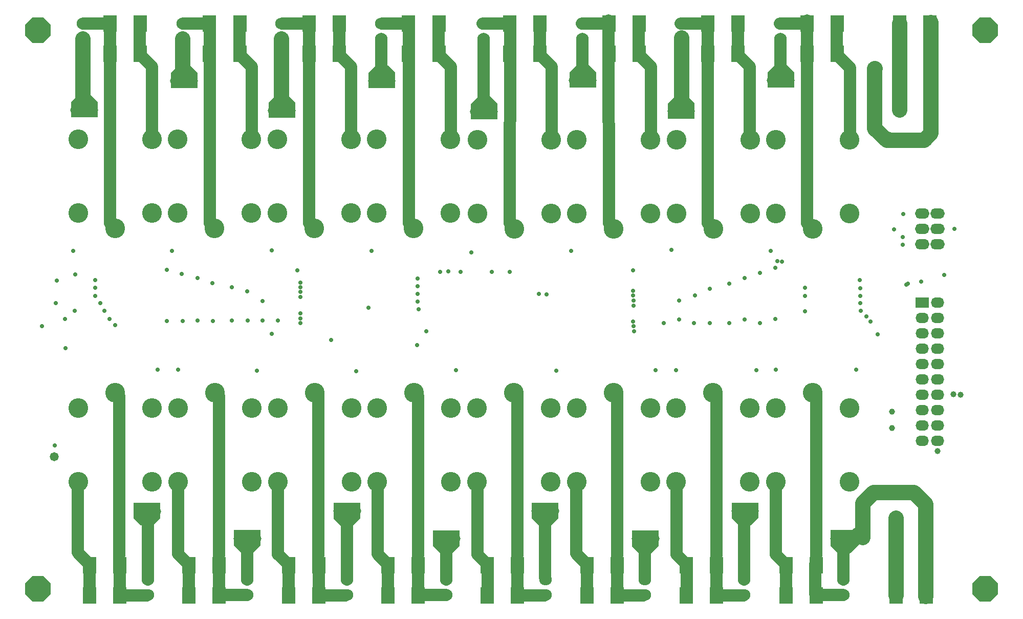
<source format=gbs>
G04 Layer_Color=16711935*
%FSTAX24Y24*%
%MOIN*%
G70*
G01*
G75*
%ADD22C,0.0450*%
%ADD26C,0.0984*%
%ADD38C,0.0787*%
%ADD63R,0.0867X0.1064*%
%ADD64P,0.1791X8X22.5*%
%ADD65O,0.0830X0.0730*%
%ADD66O,0.0867X0.0671*%
%ADD67R,0.0867X0.0671*%
%ADD68C,0.1280*%
%ADD69O,0.0940X0.0680*%
%ADD70C,0.0680*%
%ADD71C,0.0580*%
%ADD72C,0.0277*%
%ADD73C,0.0395*%
G36*
X09408Y06444D02*
X09361Y06397D01*
Y06396D01*
X09281D01*
X09235Y06442D01*
Y06544D01*
X09408D01*
Y06444D01*
D02*
G37*
G36*
X06816Y06443D02*
X06769Y06396D01*
Y06395D01*
X06689D01*
X06643Y06441D01*
Y06543D01*
X06816D01*
Y06443D01*
D02*
G37*
G36*
X08106Y06445D02*
X08059Y06398D01*
Y06397D01*
X07979D01*
X07933Y06443D01*
Y06545D01*
X08106D01*
Y06445D01*
D02*
G37*
G36*
X05514D02*
X05467Y06398D01*
Y06397D01*
X05387D01*
X05341Y06443D01*
Y06545D01*
X05514D01*
Y06445D01*
D02*
G37*
G36*
X07464Y06264D02*
X07417Y06217D01*
Y06216D01*
X07337D01*
X07291Y06262D01*
Y06364D01*
X07464D01*
Y06264D01*
D02*
G37*
G36*
X08759Y06263D02*
X08712Y06216D01*
Y06215D01*
X08632D01*
X08586Y06261D01*
Y06363D01*
X08759D01*
Y06263D01*
D02*
G37*
G36*
X06167Y06267D02*
X0612Y0622D01*
Y06219D01*
X0604D01*
X05994Y06265D01*
Y06367D01*
X06167D01*
Y06267D01*
D02*
G37*
G36*
X10053Y06266D02*
X10006Y06219D01*
Y06218D01*
X09926D01*
X0988Y06264D01*
Y06366D01*
X10053D01*
Y06266D01*
D02*
G37*
G36*
X07044Y09344D02*
Y09242D01*
X06871D01*
Y09342D01*
X06918Y09389D01*
Y0939D01*
X06998D01*
X07044Y09344D01*
D02*
G37*
G36*
X05756D02*
Y09242D01*
X05583D01*
Y09342D01*
X0563Y09389D01*
Y0939D01*
X0571D01*
X05756Y09344D01*
D02*
G37*
G36*
X08353Y09348D02*
Y09246D01*
X0818D01*
Y09346D01*
X08227Y09393D01*
Y09394D01*
X08307D01*
X08353Y09348D01*
D02*
G37*
G36*
X09643Y09348D02*
Y09246D01*
X0947D01*
Y09346D01*
X09517Y09393D01*
Y09394D01*
X09597D01*
X09643Y09348D01*
D02*
G37*
G36*
X08994Y09145D02*
Y09043D01*
X08821D01*
Y09143D01*
X08868Y0919D01*
Y09191D01*
X08948D01*
X08994Y09145D01*
D02*
G37*
G36*
X07709Y09143D02*
Y09041D01*
X07536D01*
Y09141D01*
X07583Y09188D01*
Y09189D01*
X07663D01*
X07709Y09143D01*
D02*
G37*
G36*
X05105Y09154D02*
Y09052D01*
X04932D01*
Y09152D01*
X04979Y09199D01*
Y092D01*
X05059D01*
X05105Y09154D01*
D02*
G37*
G36*
X06392Y09151D02*
Y09049D01*
X06219D01*
Y09149D01*
X06266Y09196D01*
Y09197D01*
X06346D01*
X06392Y09151D01*
D02*
G37*
D22*
X058673Y0833D02*
X05871Y083337D01*
X05186Y094583D02*
X05187Y094574D01*
X051749Y09644D02*
X05186Y096328D01*
X07163Y08358D02*
X07184Y08337D01*
D26*
X10167Y08981D02*
X10238Y0891D01*
X10167Y08981D02*
Y09369D01*
X10532Y08949D02*
Y09669D01*
X10167Y09369D02*
X10168Y0937D01*
X10238Y0891D02*
X10254D01*
X103046Y059398D02*
Y064436D01*
X10305Y06444D01*
X105Y05932D02*
Y06535D01*
X10424Y06611D02*
X105Y06535D01*
X10161Y06611D02*
X10424D01*
X10089Y06539D02*
X10161Y06611D01*
X10089Y06316D02*
Y06539D01*
X10088Y06317D02*
X10089Y06316D01*
X10065Y06341D02*
X1009D01*
X09976Y06252D02*
X10065Y06341D01*
X05659Y09298D02*
Y09562D01*
X06304Y091D02*
Y09562D01*
X08908Y09096D02*
Y0957D01*
X10488Y08905D02*
X10532Y08949D01*
X10246Y08905D02*
X10488D01*
X103305Y090985D02*
Y096622D01*
X05009Y09107D02*
Y09562D01*
D38*
X05186Y08363D02*
Y09663D01*
X05009D02*
X051852D01*
X05381Y09462D02*
Y09674D01*
Y09462D02*
X05459Y09384D01*
Y0891D02*
Y09384D01*
X067565Y089092D02*
Y093832D01*
X066785Y094612D02*
X067565Y093832D01*
X066785Y094612D02*
Y096732D01*
X063065Y096622D02*
X064827D01*
X06483Y09675D02*
X064835Y083621D01*
X080638Y089092D02*
Y093832D01*
X079858Y094612D02*
X080638Y093832D01*
X079858Y094612D02*
Y096732D01*
X076138Y096622D02*
X0779D01*
X077909Y083621D02*
X07792Y09675D01*
X093538Y089092D02*
Y093832D01*
X092758Y094612D02*
X093538Y093832D01*
X092758Y094612D02*
Y096732D01*
X089038Y096622D02*
X0908D01*
X0908Y09678D02*
X090809Y083621D01*
X08876Y0621D02*
Y066814D01*
Y062064D02*
X089415Y061408D01*
Y059288D02*
Y061408D01*
X091373Y059398D02*
X093135D01*
X091365Y061986D02*
Y072409D01*
X07579Y062071D02*
Y066821D01*
Y062071D02*
X076453Y061408D01*
Y059288D02*
Y061408D01*
X07841Y059398D02*
X080173D01*
X078402Y061986D02*
Y072409D01*
X06281Y06208D02*
Y066838D01*
Y062088D02*
X06349Y061408D01*
Y059288D02*
Y061408D01*
X065448Y059398D02*
X06721D01*
X065439Y061986D02*
Y072409D01*
X049747Y062188D02*
Y066938D01*
Y062188D02*
X050527Y061408D01*
Y059288D02*
Y061408D01*
X052485Y059398D02*
X054247D01*
X052476Y061986D02*
Y072409D01*
X061082Y089092D02*
Y093832D01*
X060301Y094612D02*
X061082Y093832D01*
X060301Y094612D02*
Y096732D01*
X058352Y083621D02*
Y096622D01*
X071319Y083621D02*
Y09672D01*
X073268Y094612D02*
Y096732D01*
Y094612D02*
X074048Y093832D01*
Y089092D02*
Y093832D01*
X08434Y09683D02*
X084359Y083621D01*
X086308Y094612D02*
Y096732D01*
Y094612D02*
X087088Y093832D01*
Y089092D02*
Y093832D01*
X09725Y09683D02*
X097259Y083621D01*
X099208Y094612D02*
Y096732D01*
Y094612D02*
X10005Y09377D01*
Y089154D02*
Y09377D01*
X084884Y061986D02*
Y072409D01*
X082934Y059288D02*
Y061408D01*
X08222Y062122D02*
X082934Y061408D01*
X08222Y062122D02*
Y066872D01*
X071921Y061986D02*
Y072409D01*
X069971Y059288D02*
Y061408D01*
X06928Y062099D02*
X069971Y061408D01*
X06928Y06211D02*
Y066849D01*
X058958Y061986D02*
Y072409D01*
X057008Y059288D02*
Y061408D01*
X0563Y062117D02*
X057008Y061408D01*
X0563Y062117D02*
Y066867D01*
X056228Y066938D02*
X0563Y066867D01*
X06271Y066938D02*
X06281Y066838D01*
X069191Y066938D02*
X06928Y066849D01*
X075673Y066938D02*
X07579Y066821D01*
X082154Y066938D02*
X08222Y066872D01*
X088635Y066938D02*
X08876Y066814D01*
X097846Y061986D02*
Y072409D01*
X095897Y059288D02*
Y061408D01*
X09523Y062075D02*
X095897Y061408D01*
X09523Y06208D02*
Y066825D01*
X095117Y066938D02*
X09523Y066825D01*
X10532Y094699D02*
Y09669D01*
X10529Y094669D02*
X10532Y094699D01*
X10484Y08901D02*
X10529Y08946D01*
X103305Y094605D02*
Y096622D01*
X105015Y059398D02*
Y061375D01*
X10503Y06139D01*
Y06536D01*
X10424Y06615D02*
X10503Y06536D01*
X10157Y06615D02*
X10424D01*
X10109Y06567D02*
X10157Y06615D01*
X097886Y05943D02*
X09964D01*
X08493Y0594D02*
X08661D01*
X07196Y05943D02*
X073754D01*
X058998D02*
X060811D01*
X05434Y06044D02*
Y06503D01*
X060811Y06044D02*
Y063191D01*
X067283Y06044D02*
Y064967D01*
X052485Y059398D02*
Y061367D01*
X058966Y059326D02*
Y061367D01*
X065448Y059398D02*
Y061367D01*
X071929Y059398D02*
Y061367D01*
X07841Y059398D02*
Y061367D01*
X084892Y059438D02*
Y061367D01*
X091373Y059398D02*
Y061367D01*
X09781Y059506D02*
Y06144D01*
X09964Y06044D02*
Y0631D01*
X093169Y06044D02*
Y064911D01*
X08669Y06057D02*
Y06307D01*
X08675Y06313D01*
X08019Y06057D02*
Y06482D01*
X073754Y06044D02*
Y063084D01*
X099988Y089092D02*
X10005Y089154D01*
X056582Y096622D02*
X058344D01*
X069548D02*
X07131D01*
X082588D02*
X08435D01*
X095488D02*
X09725D01*
X06954Y09291D02*
Y09562D01*
X08263Y09295D02*
Y09562D01*
X09553Y09294D02*
Y09564D01*
X07618Y09091D02*
Y09562D01*
D63*
X103305Y096622D02*
D03*
Y094653D02*
D03*
X105274D02*
D03*
Y096622D02*
D03*
X097855Y059398D02*
D03*
Y061367D02*
D03*
X095886D02*
D03*
Y059398D02*
D03*
X091373Y059398D02*
D03*
Y061367D02*
D03*
X089405D02*
D03*
Y059398D02*
D03*
X084892Y059398D02*
D03*
Y061367D02*
D03*
X082923D02*
D03*
Y059398D02*
D03*
X07841Y059398D02*
D03*
Y061367D02*
D03*
X076442D02*
D03*
Y059398D02*
D03*
X071929Y059398D02*
D03*
Y061367D02*
D03*
X06996D02*
D03*
Y059398D02*
D03*
X065448Y059398D02*
D03*
Y061367D02*
D03*
X063479D02*
D03*
Y059398D02*
D03*
X058966Y059398D02*
D03*
Y061367D02*
D03*
X056998D02*
D03*
Y059398D02*
D03*
X105015Y059398D02*
D03*
Y061367D02*
D03*
X103046D02*
D03*
Y059398D02*
D03*
X052485Y059398D02*
D03*
Y061367D02*
D03*
X050516D02*
D03*
Y059398D02*
D03*
X053829Y096622D02*
D03*
Y094653D02*
D03*
X05186D02*
D03*
Y096622D02*
D03*
X060312D02*
D03*
Y094653D02*
D03*
X058344D02*
D03*
Y096622D02*
D03*
X066796D02*
D03*
Y094653D02*
D03*
X064827D02*
D03*
Y096622D02*
D03*
X073279D02*
D03*
Y094653D02*
D03*
X07131D02*
D03*
Y096622D02*
D03*
X079869D02*
D03*
Y094653D02*
D03*
X0779D02*
D03*
Y096622D02*
D03*
X092769D02*
D03*
Y094653D02*
D03*
X0908D02*
D03*
Y096622D02*
D03*
X099219D02*
D03*
Y094653D02*
D03*
X09725D02*
D03*
Y096622D02*
D03*
X086319D02*
D03*
Y094653D02*
D03*
X08435D02*
D03*
Y096622D02*
D03*
D64*
X047177Y096195D02*
D03*
Y059825D02*
D03*
X108862Y059831D02*
D03*
Y096195D02*
D03*
D65*
X09964Y06044D02*
D03*
Y05943D02*
D03*
X093169Y06044D02*
D03*
Y05943D02*
D03*
X086697Y06044D02*
D03*
Y05943D02*
D03*
X080226Y06044D02*
D03*
Y05943D02*
D03*
X073754Y06044D02*
D03*
Y05943D02*
D03*
X067283Y06044D02*
D03*
Y05943D02*
D03*
X060811Y06044D02*
D03*
Y05943D02*
D03*
X05434Y06044D02*
D03*
Y05943D02*
D03*
X05009Y09663D02*
D03*
Y09562D02*
D03*
X05659Y09663D02*
D03*
Y09562D02*
D03*
X06304Y09663D02*
D03*
Y09562D02*
D03*
X06954Y09663D02*
D03*
Y09562D02*
D03*
X07618Y09663D02*
D03*
Y09562D02*
D03*
X08908Y09663D02*
D03*
Y09562D02*
D03*
X09553Y09663D02*
D03*
Y09562D02*
D03*
X08263Y09663D02*
D03*
Y09562D02*
D03*
D66*
X10575Y06947D02*
D03*
Y07047D02*
D03*
Y07147D02*
D03*
Y07247D02*
D03*
Y07347D02*
D03*
Y07447D02*
D03*
Y07547D02*
D03*
Y07647D02*
D03*
Y07747D02*
D03*
Y07847D02*
D03*
X10475Y07747D02*
D03*
Y07647D02*
D03*
Y07547D02*
D03*
Y07447D02*
D03*
Y07347D02*
D03*
Y07247D02*
D03*
Y07147D02*
D03*
Y07047D02*
D03*
Y06947D02*
D03*
D67*
Y07847D02*
D03*
D68*
X05459Y0843D02*
D03*
X04979Y0891D02*
D03*
X05219Y0833D02*
D03*
X05459Y0891D02*
D03*
X04979Y0843D02*
D03*
X061073D02*
D03*
X056273Y0891D02*
D03*
X058673Y0833D02*
D03*
X061073Y0891D02*
D03*
X056273Y0843D02*
D03*
X067557D02*
D03*
X062757Y0891D02*
D03*
X065157Y0833D02*
D03*
X067557Y0891D02*
D03*
X062757Y0843D02*
D03*
X07404D02*
D03*
X06924Y0891D02*
D03*
X07164Y0833D02*
D03*
X07404Y0891D02*
D03*
X06924Y0843D02*
D03*
X08058Y08427D02*
D03*
X07578Y08907D02*
D03*
X07818Y08327D02*
D03*
X08058Y08907D02*
D03*
X07578Y08427D02*
D03*
X087063D02*
D03*
X082263Y08907D02*
D03*
X084663Y08327D02*
D03*
X087063Y08907D02*
D03*
X082263Y08427D02*
D03*
X093547D02*
D03*
X088747Y08907D02*
D03*
X091147Y08327D02*
D03*
X093547Y08907D02*
D03*
X088747Y08427D02*
D03*
X10003D02*
D03*
X09523Y08907D02*
D03*
X09763Y08327D02*
D03*
X10003Y08907D02*
D03*
X09523Y08427D02*
D03*
X05461Y07161D02*
D03*
X04981Y06681D02*
D03*
X05221Y07261D02*
D03*
X05461Y06681D02*
D03*
X04981Y07161D02*
D03*
X061099D02*
D03*
X056299Y06681D02*
D03*
X058699Y07261D02*
D03*
X061099Y06681D02*
D03*
X056299Y07161D02*
D03*
X067587D02*
D03*
X062787Y06681D02*
D03*
X065187Y07261D02*
D03*
X067587Y06681D02*
D03*
X062787Y07161D02*
D03*
X074076D02*
D03*
X069276Y06681D02*
D03*
X071676Y07261D02*
D03*
X074076Y06681D02*
D03*
X069276Y07161D02*
D03*
X080564D02*
D03*
X075764Y06681D02*
D03*
X078164Y07261D02*
D03*
X080564Y06681D02*
D03*
X075764Y07161D02*
D03*
X087053D02*
D03*
X082253Y06681D02*
D03*
X084653Y07261D02*
D03*
X087053Y06681D02*
D03*
X082253Y07161D02*
D03*
X093541D02*
D03*
X088741Y06681D02*
D03*
X091141Y07261D02*
D03*
X093541Y06681D02*
D03*
X088741Y07161D02*
D03*
X10003D02*
D03*
X09523Y06681D02*
D03*
X09763Y07261D02*
D03*
X10003Y06681D02*
D03*
X09523Y07161D02*
D03*
D69*
X10475Y08426D02*
D03*
X10475Y08326D02*
D03*
X10475Y08227D02*
D03*
X10575Y08426D02*
D03*
Y08226D02*
D03*
X10575Y08326D02*
D03*
D70*
X10167Y09388D02*
D03*
Y09258D02*
D03*
X10168Y09327D02*
D03*
D71*
X0549Y06488D02*
D03*
X05431D02*
D03*
X05368D02*
D03*
X04823Y06843D02*
D03*
X06792Y06491D02*
D03*
X06733D02*
D03*
X0667D02*
D03*
X08082D02*
D03*
X08023D02*
D03*
X0796D02*
D03*
X09384D02*
D03*
X09325D02*
D03*
X09262D02*
D03*
X06143Y0631D02*
D03*
X06084D02*
D03*
X06021D02*
D03*
X0744D02*
D03*
X07381D02*
D03*
X07318D02*
D03*
X08735D02*
D03*
X08676D02*
D03*
X08613D02*
D03*
X10029D02*
D03*
X09907D02*
D03*
X0997D02*
D03*
X10334Y09095D02*
D03*
X05666Y09291D02*
D03*
X07619Y0909D02*
D03*
X06954Y09291D02*
D03*
X08262Y09294D02*
D03*
X05078Y09101D02*
D03*
X05015D02*
D03*
X04956D02*
D03*
X06365Y09098D02*
D03*
X06302D02*
D03*
X06243D02*
D03*
X07682Y0909D02*
D03*
X0756D02*
D03*
X08967Y09092D02*
D03*
X08904D02*
D03*
X08845D02*
D03*
X09616Y09295D02*
D03*
X09553D02*
D03*
X09494D02*
D03*
X08326Y09295D02*
D03*
X08263D02*
D03*
X08204D02*
D03*
X07017Y09291D02*
D03*
X06895D02*
D03*
X05729D02*
D03*
X05607D02*
D03*
X10332Y09096D02*
D03*
Y09155D02*
D03*
Y09218D02*
D03*
D72*
X09523Y0741D02*
D03*
X10349Y08225D02*
D03*
X1047Y07984D02*
D03*
X10373Y07962D02*
D03*
X10382Y07971D02*
D03*
X10619Y08026D02*
D03*
X102794Y07138D02*
D03*
X10349Y08274D02*
D03*
X10687Y08328D02*
D03*
X10352Y08423D02*
D03*
X10293Y08325D02*
D03*
X0484Y07991D02*
D03*
X0496Y08029D02*
D03*
X04956Y07792D02*
D03*
X06239Y07642D02*
D03*
X09712Y07791D02*
D03*
X09519Y07741D02*
D03*
X09714Y07891D02*
D03*
X09713Y07942D02*
D03*
X04833Y07842D02*
D03*
X04742Y07692D02*
D03*
X10187Y0764D02*
D03*
X04894Y07741D02*
D03*
X07246Y0766D02*
D03*
X0687Y07813D02*
D03*
X07186Y0757D02*
D03*
X06626Y07605D02*
D03*
X04897Y07551D02*
D03*
X07195Y07804D02*
D03*
X07189Y07854D02*
D03*
X10045Y07409D02*
D03*
X09396Y07407D02*
D03*
X08741D02*
D03*
X07791Y08046D02*
D03*
X08092Y07404D02*
D03*
X07441Y07408D02*
D03*
X06791Y074D02*
D03*
X056299Y0741D02*
D03*
X05495Y07411D02*
D03*
X0689Y08184D02*
D03*
X05555Y0806D02*
D03*
X05652Y08032D02*
D03*
X06238Y08187D02*
D03*
X06406Y08057D02*
D03*
X07336Y08048D02*
D03*
X07469D02*
D03*
X07388Y08049D02*
D03*
X07674Y08048D02*
D03*
X05588Y08185D02*
D03*
X04947Y08182D02*
D03*
X08594Y080575D02*
D03*
X07539Y08175D02*
D03*
X09489Y08183D02*
D03*
X08191Y08184D02*
D03*
X08842Y0819D02*
D03*
X08873Y07406D02*
D03*
X061416Y07405D02*
D03*
X07191Y07902D02*
D03*
X07188Y07955D02*
D03*
X07191Y08004D02*
D03*
X07981Y07903D02*
D03*
X0803Y07901D02*
D03*
X05088Y07891D02*
D03*
X05122Y07843D02*
D03*
X06281Y07729D02*
D03*
X06179Y0773D02*
D03*
X06082Y07729D02*
D03*
X0598Y0773D02*
D03*
X05148Y07792D02*
D03*
X05182Y0774D02*
D03*
X05219Y077D02*
D03*
X05856Y07728D02*
D03*
X05755Y0773D02*
D03*
X05659Y07728D02*
D03*
X05555Y07727D02*
D03*
X06179Y07857D02*
D03*
X06081Y07919D02*
D03*
X05979Y07947D02*
D03*
X05854Y07975D02*
D03*
X05755Y08006D02*
D03*
X064267Y077772D02*
D03*
X06426Y077143D02*
D03*
Y07744D02*
D03*
X06427Y078838D02*
D03*
Y079153D02*
D03*
X06426Y07948D02*
D03*
Y07978D02*
D03*
X08598Y0766D02*
D03*
X08596Y07692D02*
D03*
X08595Y0786D02*
D03*
X08594Y07925D02*
D03*
X0942Y08039D02*
D03*
X08594Y07893D02*
D03*
X09319Y08007D02*
D03*
X08595Y07827D02*
D03*
X09219Y07969D02*
D03*
X09093Y07936D02*
D03*
X08995Y07894D02*
D03*
X08893Y07861D02*
D03*
X085942Y077232D02*
D03*
X09319Y07738D02*
D03*
X10073Y07842D02*
D03*
X10074Y07891D02*
D03*
X10073Y07941D02*
D03*
X1007Y07992D02*
D03*
X08792Y07715D02*
D03*
X1014Y07724D02*
D03*
X08893Y07736D02*
D03*
X10112Y07758D02*
D03*
X08991Y07713D02*
D03*
X10075Y07793D02*
D03*
X09092Y07714D02*
D03*
X09219Y07713D02*
D03*
X09419Y07714D02*
D03*
X05088Y07993D02*
D03*
Y07943D02*
D03*
X0952Y08073D02*
D03*
X09562Y08112D02*
D03*
X09533Y081163D02*
D03*
X04826Y06918D02*
D03*
X1068Y07249D02*
D03*
D73*
X102794Y07138D02*
D03*
Y07031D02*
D03*
X10725Y07247D02*
D03*
X10576Y06881D02*
D03*
X1068Y07249D02*
D03*
X10307Y06275D02*
D03*
X10306Y06347D02*
D03*
X10308Y06434D02*
D03*
M02*

</source>
